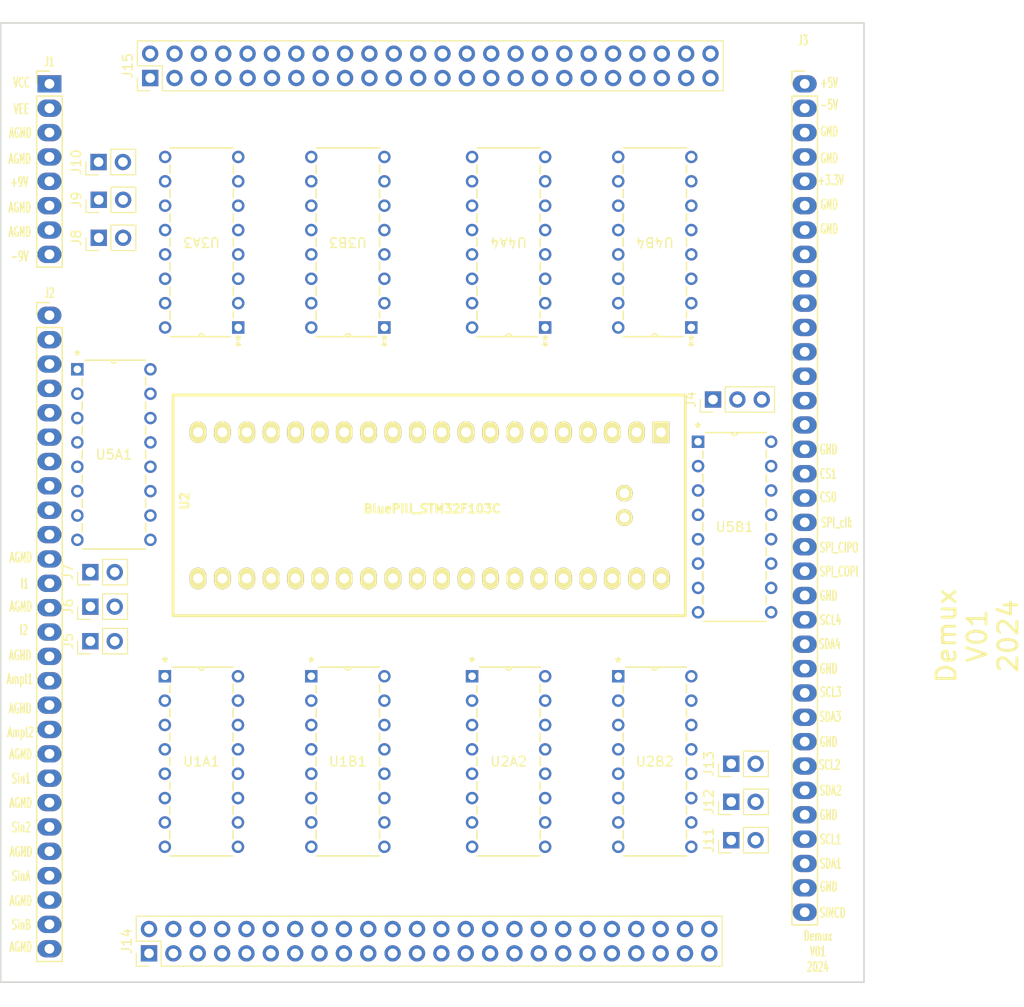
<source format=kicad_pcb>
(kicad_pcb (version 20221018) (generator pcbnew)
  (title_block (title "Barramento V04") (date "2024-02-05") (rev "v04") (company "EITduino") (comment 1 "Autor: Gustavo Pinheiro") (comment 2 "Barramento proposto para uma placa 90x100 mm") (comment 3 "placa de face dupla") (comment 4 "Pinos AGND e DGND"))
  (layers (0 "F.Cu" signal) (31 "B.Cu" signal) (34 "B.Paste" user) (35 "F.Paste" user) (36 "B.SilkS" user "B.Silkscreen") (37 "F.SilkS" user "F.Silkscreen") (38 "B.Mask" user) (39 "F.Mask" user) (44 "Edge.Cuts" user))
  (net 0 "")
  (net 1 "+9V")
  (net 2 "-9V")
  (net 3 "+5V")
  (net 4 "-5V")
  (net 5 "+3.3V")
  (net 10 "Earth")
  (net 12 "I1")
  (net 13 "I2")
  (net 14 "Ampl1")
  (net 15 "Ampl2")
  (net 16 "Sin1")
  (net 17 "Sin2")
  (net 18 "SinA")
  (net 19 "SinB")
  (net 20 "SPI_COPI")
  (net 21 "SPI_CIPO")
  (net 22 "SPI_clk")
  (net 23 "CS1")
  (net 24 "CS0")
  (net 25 "SCL3")
  (net 26 "SDA3")
  (net 27 "SCL2")
  (net 28 "SDA2")
  (net 29 "SCL1")
  (net 30 "SDA1")
  (net 31 "VCC")
  (net 32 "VEE")
  (net 43 "SINCD")
  (net 44 "SCL4")
  (net 45 "SDA4")
  (net 46 "SINC_C")
  (net 47 "SINC_B")
  (net 48 "SINC_A")
  (net 49 "In_B")
  (net 50 "Vref")
  (net 51 "VCC_DEMUX")
  (net 52 "VEE_DEMUX")
  (net 53 "E0")
  (net 54 "E1")
  (net 55 "E2")
  (net 56 "E3")
  (net 57 "E4")
  (net 58 "E5")
  (net 59 "E6")
  (net 60 "E7")
  (net 61 "E8")
  (net 62 "E9")
  (net 63 "E10")
  (net 64 "E11")
  (net 65 "E12")
  (net 66 "E13")
  (net 67 "E14")
  (net 68 "E15")
  (net 69 "DEMUXA1")
  (net 70 "Enable_A1")
  (net 71 "A_S2")
  (net 72 "A_S1")
  (net 73 "A_S0")
  (net 74 "DEMUXB1")
  (net 75 "Enable_B1")
  (net 76 "B_S2")
  (net 77 "B_S1")
  (net 78 "B_S0")
  (net 81 "Enable_A2")
  (net 82 "Enable_A3")
  (net 83 "Enable_A4")
  (net 86 "Enable_B2")
  (net 87 "Enable_B3")
  (net 88 "Enable_B4")
  (net 92 "B_S3")
  (net 98 "A_S3")
  (net 99 "B_S4")
  (net 100 "A_S4")
  (net 105 "DEMUXA2")
  (net 106 "DEMUXB2")
  (net 107 "SB2")
  (net 108 "SB1")
  (net 109 "SB0")
  (net 110 "E20")
  (net 111 "E22")
  (net 112 "DEMUXA3")
  (net 113 "E23")
  (net 114 "E21")
  (net 115 "S2")
  (net 116 "S1")
  (net 117 "S0")
  (net 118 "E19")
  (net 119 "E16")
  (net 120 "E17")
  (net 121 "E18")
  (net 122 "DEMUXB3")
  (net 123 "E28")
  (net 124 "E30")
  (net 125 "DEMUXA4")
  (net 126 "E31")
  (net 127 "E29")
  (net 128 "E27")
  (net 129 "E24")
  (net 130 "E25")
  (net 131 "E26")
  (net 132 "DEMUXB4")
  (net 137 "Enable_A")
  (net 142 "Enable_B")
  (footprint "HC4051:N16" (layer "F.Cu") (at 164.38 63.97 180)
    (fp_text reference "U4B4" (at -3.81 -8.89 180 unlocked) (layer "F.SilkS"))
    (fp_text value "74HC4051")
    (fp_text user "*" (at -7.62 -19.1897) (layer "F.SilkS"))
    (fp_text user "*" (at -7.62 -19.1897 180 unlocked) (layer "F.SilkS"))
    (pad "1" thru_hole rect (at -7.62 -17.78 180) (size 1.2954 1.2954) (drill 0.7874) (layers "*.Cu" "*.Mask") (net 123 "E28"))
    (pad "2" thru_hole circle (at -7.62 -15.24 180) (size 1.2954 1.2954) (drill 0.7874) (layers "*.Cu" "*.Mask") (net 124 "E30"))
    (pad "3" thru_hole circle (at -7.62 -12.7 180) (size 1.2954 1.2954) (drill 0.7874) (layers "*.Cu" "*.Mask") (net 132 "DEMUXB4"))
    (pad "4" thru_hole circle (at -7.62 -10.16 180) (size 1.2954 1.2954) (drill 0.7874) (layers "*.Cu" "*.Mask") (net 126 "E31"))
    (pad "5" thru_hole circle (at -7.62 -7.62 180) (size 1.2954 1.2954) (drill 0.7874) (layers "*.Cu" "*.Mask") (net 127 "E29"))
    (pad "6" thru_hole circle (at -7.62 -5.08 180) (size 1.2954 1.2954) (drill 0.7874) (layers "*.Cu" "*.Mask") (net 88 "Enable_B4"))
    (pad "7" thru_hole circle (at -7.62 -2.54 180) (size 1.2954 1.2954) (drill 0.7874) (layers "*.Cu" "*.Mask") (net 52 "VEE_DEMUX"))
    (pad "8" thru_hole circle (at -7.62 0 180) (size 1.2954 1.2954) (drill 0.7874) (layers "*.Cu" "*.Mask") (net 10 "Earth"))
    (pad "9" thru_hole circle (at 0 0 180) (size 1.2954 1.2954) (drill 0.7874) (layers "*.Cu" "*.Mask") (net 115 "S2"))
    (pad "10" thru_hole circle (at 0 -2.54 180) (size 1.2954 1.2954) (drill 0.7874) (layers "*.Cu" "*.Mask") (net 116 "S1"))
    (pad "11" thru_hole circle (at 0 -5.08 180) (size 1.2954 1.2954) (drill 0.7874) (layers "*.Cu" "*.Mask") (net 117 "S0"))
    (pad "12" thru_hole circle (at 0 -7.62 180) (size 1.2954 1.2954) (drill 0.7874) (layers "*.Cu" "*.Mask") (net 128 "E27"))
    (pad "13" thru_hole circle (at 0 -10.16 180) (size 1.2954 1.2954) (drill 0.7874) (layers "*.Cu" "*.Mask") (net 129 "E24"))
    (pad "14" thru_hole circle (at 0 -12.7 180) (size 1.2954 1.2954) (drill 0.7874) (layers "*.Cu" "*.Mask") (net 130 "E25"))
    (pad "15" thru_hole circle (at 0 -15.24 180) (size 1.2954 1.2954) (drill 0.7874) (layers "*.Cu" "*.Mask") (net 131 "E26"))
    (pad "16" thru_hole circle (at 0 -17.78 180) (size 1.2954 1.2954) (drill 0.7874) (layers "*.Cu" "*.Mask") (net 51 "VCC_DEMUX"))
  )
  (footprint "Connector_PinHeader_2.54mm:PinHeader_1x02_P2.54mm_Vertical" (layer "F.Cu") (at 176.16 131.2 90)
    (fp_text reference "J12" (at 0 -2.33 90) (layer "F.SilkS"))
    (fp_text value "-5Vmux")
    (pad "1" thru_hole rect (at 0 0 90) (size 1.7 1.7) (drill 1) (layers "*.Cu" "*.Mask") (net 52 "VEE_DEMUX"))
    (pad "2" thru_hole oval (at 0 2.54 90) (size 1.7 1.7) (drill 1) (layers "*.Cu" "*.Mask") (net 4 "-5V"))
  )
  (footprint "Connector_PinHeader_2.54mm:PinHeader_1x02_P2.54mm_Vertical" (layer "F.Cu") (at 176.16 135.2 90)
    (fp_text reference "J11" (at 0 -2.33 90) (layer "F.SilkS"))
    (fp_text value "-9Vmux")
    (pad "1" thru_hole rect (at 0 0 90) (size 1.7 1.7) (drill 1) (layers "*.Cu" "*.Mask") (net 52 "VEE_DEMUX"))
    (pad "2" thru_hole oval (at 0 2.54 90) (size 1.7 1.7) (drill 1) (layers "*.Cu" "*.Mask") (net 2 "-9V"))
  )
  (footprint "HC4051:N16" (layer "F.Cu") (at 115.61 103.89)
    (fp_text reference "U5A1" (at -3.81 -8.89 unlocked) (layer "F.SilkS"))
    (fp_text value "74HC4051")
    (fp_text user "*" (at -7.62 -19.1897) (layer "F.SilkS"))
    (fp_text user "*" (at -7.62 -19.1897 unlocked) (layer "F.SilkS"))
    (pad "1" thru_hole rect (at -7.62 -17.78) (size 1.2954 1.2954) (drill 0.7874) (layers "*.Cu" "*.Mask"))
    (pad "2" thru_hole circle (at -7.62 -15.24) (size 1.2954 1.2954) (drill 0.7874) (layers "*.Cu" "*.Mask"))
    (pad "3" thru_hole circle (at -7.62 -12.7) (size 1.2954 1.2954) (drill 0.7874) (layers "*.Cu" "*.Mask") (net 12 "I1"))
    (pad "4" thru_hole circle (at -7.62 -10.16) (size 1.2954 1.2954) (drill 0.7874) (layers "*.Cu" "*.Mask"))
    (pad "5" thru_hole circle (at -7.62 -7.62) (size 1.2954 1.2954) (drill 0.7874) (layers "*.Cu" "*.Mask"))
    (pad "6" thru_hole circle (at -7.62 -5.08) (size 1.2954 1.2954) (drill 0.7874) (layers "*.Cu" "*.Mask") (net 137 "Enable_A"))
    (pad "7" thru_hole circle (at -7.62 -2.54) (size 1.2954 1.2954) (drill 0.7874) (layers "*.Cu" "*.Mask") (net 52 "VEE_DEMUX"))
    (pad "8" thru_hole circle (at -7.62 0) (size 1.2954 1.2954) (drill 0.7874) (layers "*.Cu" "*.Mask") (net 10 "Earth"))
    (pad "9" thru_hole circle (at 0 0) (size 1.2954 1.2954) (drill 0.7874) (layers "*.Cu" "*.Mask") (net 10 "Earth"))
    (pad "10" thru_hole circle (at 0 -2.54) (size 1.2954 1.2954) (drill 0.7874) (layers "*.Cu" "*.Mask") (net 100 "A_S4"))
    (pad "11" thru_hole circle (at 0 -5.08) (size 1.2954 1.2954) (drill 0.7874) (layers "*.Cu" "*.Mask") (net 98 "A_S3"))
    (pad "12" thru_hole circle (at 0 -7.62) (size 1.2954 1.2954) (drill 0.7874) (layers "*.Cu" "*.Mask") (net 125 "DEMUXA4"))
    (pad "13" thru_hole circle (at 0 -10.16) (size 1.2954 1.2954) (drill 0.7874) (layers "*.Cu" "*.Mask") (net 69 "DEMUXA1"))
    (pad "14" thru_hole circle (at 0 -12.7) (size 1.2954 1.2954) (drill 0.7874) (layers "*.Cu" "*.Mask") (net 105 "DEMUXA2"))
    (pad "15" thru_hole circle (at 0 -15.24) (size 1.2954 1.2954) (drill 0.7874) (layers "*.Cu" "*.Mask") (net 112 "DEMUXA3"))
    (pad "16" thru_hole circle (at 0 -17.78) (size 1.2954 1.2954) (drill 0.7874) (layers "*.Cu" "*.Mask") (net 51 "VCC_DEMUX"))
  )
  (footprint "Connector_PinHeader_2.54mm:PinHeader_2x24_P2.54mm_Vertical" (layer "F.Cu") (at 115.58 55.74 90)
    (fp_text reference "J15" (at 1.27 -2.33 90) (layer "F.SilkS"))
    (fp_text value "conectorEletrodos")
    (pad "1" thru_hole rect (at 0 0 90) (size 1.7 1.7) (drill 1) (layers "*.Cu" "*.Mask") (net 119 "E16"))
    (pad "2" thru_hole oval (at 2.54 0 90) (size 1.7 1.7) (drill 1) (layers "*.Cu" "*.Mask") (net 120 "E17"))
    (pad "3" thru_hole oval (at 0 2.54 90) (size 1.7 1.7) (drill 1) (layers "*.Cu" "*.Mask") (net 10 "Earth"))
    (pad "4" thru_hole oval (at 2.54 2.54 90) (size 1.7 1.7) (drill 1) (layers "*.Cu" "*.Mask") (net 50 "Vref"))
    (pad "5" thru_hole oval (at 0 5.08 90) (size 1.7 1.7) (drill 1) (layers "*.Cu" "*.Mask") (net 2 "-9V"))
    (pad "6" thru_hole oval (at 2.54 5.08 90) (size 1.7 1.7) (drill 1) (layers "*.Cu" "*.Mask") (net 1 "+9V"))
    (pad "7" thru_hole oval (at 0 7.62 90) (size 1.7 1.7) (drill 1) (layers "*.Cu" "*.Mask") (net 121 "E18"))
    (pad "8" thru_hole oval (at 2.54 7.62 90) (size 1.7 1.7) (drill 1) (layers "*.Cu" "*.Mask") (net 118 "E19"))
    (pad "9" thru_hole oval (at 0 10.16 90) (size 1.7 1.7) (drill 1) (layers "*.Cu" "*.Mask") (net 10 "Earth"))
    (pad "10" thru_hole oval (at 2.54 10.16 90) (size 1.7 1.7) (drill 1) (layers "*.Cu" "*.Mask") (net 50 "Vref"))
    (pad "11" thru_hole oval (at 0 12.7 90) (size 1.7 1.7) (drill 1) (layers "*.Cu" "*.Mask") (net 2 "-9V"))
    (pad "12" thru_hole oval (at 2.54 12.7 90) (size 1.7 1.7) (drill 1) (layers "*.Cu" "*.Mask") (net 1 "+9V"))
    (pad "13" thru_hole oval (at 0 15.24 90) (size 1.7 1.7) (drill 1) (layers "*.Cu" "*.Mask") (net 110 "E20"))
    (pad "14" thru_hole oval (at 2.54 15.24 90) (size 1.7 1.7) (drill 1) (layers "*.Cu" "*.Mask") (net 114 "E21"))
    (pad "15" thru_hole oval (at 0 17.78 90) (size 1.7 1.7) (drill 1) (layers "*.Cu" "*.Mask") (net 10 "Earth"))
    (pad "16" thru_hole oval (at 2.54 17.78 90) (size 1.7 1.7) (drill 1) (layers "*.Cu" "*.Mask") (net 50 "Vref"))
    (pad "17" thru_hole oval (at 0 20.32 90) (size 1.7 1.7) (drill 1) (layers "*.Cu" "*.Mask") (net 2 "-9V"))
    (pad "18" thru_hole oval (at 2.54 20.32 90) (size 1.7 1.7) (drill 1) (layers "*.Cu" "*.Mask") (net 1 "+9V"))
    (pad "19" thru_hole oval (at 0 22.86 90) (size 1.7 1.7) (drill 1) (layers "*.Cu" "*.Mask") (net 111 "E22"))
    (pad "20" thru_hole oval (at 2.54 22.86 90) (size 1.7 1.7) (drill 1) (layers "*.Cu" "*.Mask") (net 113 "E23"))
    (pad "21" thru_hole oval (at 0 25.4 90) (size 1.7 1.7) (drill 1) (layers "*.Cu" "*.Mask") (net 10 "Earth"))
    (pad "22" thru_hole oval (at 2.54 25.4 90) (size 1.7 1.7) (drill 1) (layers "*.Cu" "*.Mask") (net 50 "Vref"))
    (pad "23" thru_hole oval (at 0 27.94 90) (size 1.7 1.7) (drill 1) (layers "*.Cu" "*.Mask") (net 2 "-9V"))
    (pad "24" thru_hole oval (at 2.54 27.94 90) (size 1.7 1.7) (drill 1) (layers "*.Cu" "*.Mask") (net 1 "+9V"))
    (pad "25" thru_hole oval (at 0 30.48 90) (size 1.7 1.7) (drill 1) (layers "*.Cu" "*.Mask") (net 129 "E24"))
    (pad "26" thru_hole oval (at 2.54 30.48 90) (size 1.7 1.7) (drill 1) (layers "*.Cu" "*.Mask") (net 130 "E25"))
    (pad "27" thru_hole oval (at 0 33.02 90) (size 1.7 1.7) (drill 1) (layers "*.Cu" "*.Mask") (net 10 "Earth"))
    (pad "28" thru_hole oval (at 2.54 33.02 90) (size 1.7 1.7) (drill 1) (layers "*.Cu" "*.Mask") (net 50 "Vref"))
    (pad "29" thru_hole oval (at 0 35.56 90) (size 1.7 1.7) (drill 1) (layers "*.Cu" "*.Mask") (net 2 "-9V"))
    (pad "30" thru_hole oval (at 2.54 35.56 90) (size 1.7 1.7) (drill 1) (layers "*.Cu" "*.Mask") (net 1 "+9V"))
    (pad "31" thru_hole oval (at 0 38.1 90) (size 1.7 1.7) (drill 1) (layers "*.Cu" "*.Mask") (net 131 "E26"))
    (pad "32" thru_hole oval (at 2.54 38.1 90) (size 1.7 1.7) (drill 1) (layers "*.Cu" "*.Mask") (net 128 "E27"))
    (pad "33" thru_hole oval (at 0 40.64 90) (size 1.7 1.7) (drill 1) (layers "*.Cu" "*.Mask") (net 10 "Earth"))
    (pad "34" thru_hole oval (at 2.54 40.64 90) (size 1.7 1.7) (drill 1) (layers "*.Cu" "*.Mask") (net 50 "Vref"))
    (pad "35" thru_hole oval (at 0 43.18 90) (size 1.7 1.7) (drill 1) (layers "*.Cu" "*.Mask") (net 2 "-9V"))
    (pad "36" thru_hole oval (at 2.54 43.18 90) (size 1.7 1.7) (drill 1) (layers "*.Cu" "*.Mask") (net 1 "+9V"))
    (pad "37" thru_hole oval (at 0 45.72 90) (size 1.7 1.7) (drill 1) (layers "*.Cu" "*.Mask") (net 123 "E28"))
    (pad "38" thru_hole oval (at 2.54 45.72 90) (size 1.7 1.7) (drill 1) (layers "*.Cu" "*.Mask") (net 127 "E29"))
    (pad "39" thru_hole oval (at 0 48.26 90) (size 1.7 1.7) (drill 1) (layers "*.Cu" "*.Mask") (net 10 "Earth"))
    (pad "40" thru_hole oval (at 2.54 48.26 90) (size 1.7 1.7) (drill 1) (layers "*.Cu" "*.Mask") (net 50 "Vref"))
    (pad "41" thru_hole oval (at 0 50.8 90) (size 1.7 1.7) (drill 1) (layers "*.Cu" "*.Mask") (net 2 "-9V"))
    (pad "42" thru_hole oval (at 2.54 50.8 90) (size 1.7 1.7) (drill 1) (layers "*.Cu" "*.Mask") (net 1 "+9V"))
    (pad "43" thru_hole oval (at 0 53.34 90) (size 1.7 1.7) (drill 1) (layers "*.Cu" "*.Mask") (net 124 "E30"))
    (pad "44" thru_hole oval (at 2.54 53.34 90) (size 1.7 1.7) (drill 1) (layers "*.Cu" "*.Mask") (net 126 "E31"))
    (pad "45" thru_hole oval (at 0 55.88 90) (size 1.7 1.7) (drill 1) (layers "*.Cu" "*.Mask") (net 10 "Earth"))
    (pad "46" thru_hole oval (at 2.54 55.88 90) (size 1.7 1.7) (drill 1) (layers "*.Cu" "*.Mask") (net 50 "Vref"))
    (pad "47" thru_hole oval (at 0 58.42 90) (size 1.7 1.7) (drill 1) (layers "*.Cu" "*.Mask") (net 2 "-9V"))
    (pad "48" thru_hole oval (at 2.54 58.42 90) (size 1.7 1.7) (drill 1) (layers "*.Cu" "*.Mask") (net 1 "+9V"))
  )
  (footprint "Connector_PinHeader_2.54mm:PinHeader_1x02_P2.54mm_Vertical" (layer "F.Cu") (at 109.35 114.45 90)
    (fp_text reference "J5" (at 0 -2.33 90) (layer "F.SilkS"))
    (fp_text value "Conn_01x02")
    (pad "1" thru_hole rect (at 0 0 90) (size 1.7 1.7) (drill 1) (layers "*.Cu" "*.Mask") (net 50 "Vref"))
    (pad "2" thru_hole oval (at 0 2.54 90) (size 1.7 1.7) (drill 1) (layers "*.Cu" "*.Mask") (net 3 "+5V"))
  )
  (footprint "Connector_PinHeader_2.54mm:PinHeader_2x24_P2.54mm_Vertical" (layer "F.Cu") (at 115.46 147 90)
    (fp_text reference "J14" (at 1.27 -2.33 90) (layer "F.SilkS"))
    (fp_text value "conectorEletrodos")
    (pad "1" thru_hole rect (at 0 0 90) (size 1.7 1.7) (drill 1) (layers "*.Cu" "*.Mask") (net 53 "E0"))
    (pad "2" thru_hole oval (at 2.54 0 90) (size 1.7 1.7) (drill 1) (layers "*.Cu" "*.Mask") (net 54 "E1"))
    (pad "3" thru_hole oval (at 0 2.54 90) (size 1.7 1.7) (drill 1) (layers "*.Cu" "*.Mask") (net 10 "Earth"))
    (pad "4" thru_hole oval (at 2.54 2.54 90) (size 1.7 1.7) (drill 1) (layers "*.Cu" "*.Mask") (net 50 "Vref"))
    (pad "5" thru_hole oval (at 0 5.08 90) (size 1.7 1.7) (drill 1) (layers "*.Cu" "*.Mask") (net 2 "-9V"))
    (pad "6" thru_hole oval (at 2.54 5.08 90) (size 1.7 1.7) (drill 1) (layers "*.Cu" "*.Mask") (net 1 "+9V"))
    (pad "7" thru_hole oval (at 0 7.62 90) (size 1.7 1.7) (drill 1) (layers "*.Cu" "*.Mask") (net 55 "E2"))
    (pad "8" thru_hole oval (at 2.54 7.62 90) (size 1.7 1.7) (drill 1) (layers "*.Cu" "*.Mask") (net 56 "E3"))
    (pad "9" thru_hole oval (at 0 10.16 90) (size 1.7 1.7) (drill 1) (layers "*.Cu" "*.Mask") (net 10 "Earth"))
    (pad "10" thru_hole oval (at 2.54 10.16 90) (size 1.7 1.7) (drill 1) (layers "*.Cu" "*.Mask") (net 50 "Vref"))
    (pad "11" thru_hole oval (at 0 12.7 90) (size 1.7 1.7) (drill 1) (layers "*.Cu" "*.Mask") (net 2 "-9V"))
    (pad "12" thru_hole oval (at 2.54 12.7 90) (size 1.7 1.7) (drill 1) (layers "*.Cu" "*.Mask") (net 1 "+9V"))
    (pad "13" thru_hole oval (at 0 15.24 90) (size 1.7 1.7) (drill 1) (layers "*.Cu" "*.Mask") (net 57 "E4"))
    (pad "14" thru_hole oval (at 2.54 15.24 90) (size 1.7 1.7) (drill 1) (layers "*.Cu" "*.Mask") (net 58 "E5"))
    (pad "15" thru_hole oval (at 0 17.78 90) (size 1.7 1.7) (drill 1) (layers "*.Cu" "*.Mask") (net 10 "Earth"))
    (pad "16" thru_hole oval (at 2.54 17.78 90) (size 1.7 1.7) (drill 1) (layers "*.Cu" "*.Mask") (net 50 "Vref"))
    (pad "17" thru_hole oval (at 0 20.32 90) (size 1.7 1.7) (drill 1) (layers "*.Cu" "*.Mask") (net 2 "-9V"))
    (pad "18" thru_hole oval (at 2.54 20.32 90) (size 1.7 1.7) (drill 1) (layers "*.Cu" "*.Mask") (net 1 "+9V"))
    (pad "19" thru_hole oval (at 0 22.86 90) (size 1.7 1.7) (drill 1) (layers "*.Cu" "*.Mask") (net 59 "E6"))
    (pad "20" thru_hole oval (at 2.54 22.86 90) (size 1.7 1.7) (drill 1) (layers "*.Cu" "*.Mask") (net 60 "E7"))
    (pad "21" thru_hole oval (at 0 25.4 90) (size 1.7 1.7) (drill 1) (layers "*.Cu" "*.Mask") (net 10 "Earth"))
    (pad "22" thru_hole oval (at 2.54 25.4 90) (size 1.7 1.7) (drill 1) (layers "*.Cu" "*.Mask") (net 50 "Vref"))
    (pad "23" thru_hole oval (at 0 27.94 90) (size 1.7 1.7) (drill 1) (layers "*.Cu" "*.Mask") (net 2 "-9V"))
    (pad "24" thru_hole oval (at 2.54 27.94 90) (size 1.7 1.7) (drill 1) (layers "*.Cu" "*.Mask") (net 1 "+9V"))
    (pad "25" thru_hole oval (at 0 30.48 90) (size 1.7 1.7) (drill 1) (layers "*.Cu" "*.Mask") (net 61 "E8"))
    (pad "26" thru_hole oval (at 2.54 30.48 90) (size 1.7 1.7) (drill 1) (layers "*.Cu" "*.Mask") (net 62 "E9"))
    (pad "27" thru_hole oval (at 0 33.02 90) (size 1.7 1.7) (drill 1) (layers "*.Cu" "*.Mask") (net 10 "Earth"))
    (pad "28" thru_hole oval (at 2.54 33.02 90) (size 1.7 1.7) (drill 1) (layers "*.Cu" "*.Mask") (net 50 "Vref"))
    (pad "29" thru_hole oval (at 0 35.56 90) (size 1.7 1.7) (drill 1) (layers "*.Cu" "*.Mask") (net 2 "-9V"))
    (pad "30" thru_hole oval (at 2.54 35.56 90) (size 1.7 1.7) (drill 1) (layers "*.Cu" "*.Mask") (net 1 "+9V"))
    (pad "31" thru_hole oval (at 0 38.1 90) (size 1.7 1.7) (drill 1) (layers "*.Cu" "*.Mask") (net 63 "E10"))
    (pad "32" thru_hole oval (at 2.54 38.1 90) (size 1.7 1.7) (drill 1) (layers "*.Cu" "*.Mask") (net 64 "E11"))
    (pad "33" thru_hole oval (at 0 40.64 90) (size 1.7 1.7) (drill 1) (layers "*.Cu" "*.Mask") (net 10 "Earth"))
    (pad "34" thru_hole oval (at 2.54 40.64 90) (size 1.7 1.7) (drill 1) (layers "*.Cu" "*.Mask") (net 50 "Vref"))
    (pad "35" thru_hole oval (at 0 43.18 90) (size 1.7 1.7) (drill 1) (layers "*.Cu" "*.Mask") (net 2 "-9V"))
    (pad "36" thru_hole oval (at 2.54 43.18 90) (size 1.7 1.7) (drill 1) (layers "*.Cu" "*.Mask") (net 1 "+9V"))
    (pad "37" thru_hole oval (at 0 45.72 90) (size 1.7 1.7) (drill 1) (layers "*.Cu" "*.Mask") (net 65 "E12"))
    (pad "38" thru_hole oval (at 2.54 45.72 90) (size 1.7 1.7) (drill 1) (layers "*.Cu" "*.Mask") (net 66 "E13"))
    (pad "39" thru_hole oval (at 0 48.26 90) (size 1.7 1.7) (drill 1) (layers "*.Cu" "*.Mask") (net 10 "Earth"))
    (pad "40" thru_hole oval (at 2.54 48.26 90) (size 1.7 1.7) (drill 1) (layers "*.Cu" "*.Mask") (net 50 "Vref"))
    (pad "41" thru_hole oval (at 0 50.8 90) (size 1.7 1.7) (drill 1) (layers "*.Cu" "*.Mask") (net 2 "-9V"))
    (pad "42" thru_hole oval (at 2.54 50.8 90) (size 1.7 1.7) (drill 1) (layers "*.Cu" "*.Mask") (net 1 "+9V"))
    (pad "43" thru_hole oval (at 0 53.34 90) (size 1.7 1.7) (drill 1) (layers "*.Cu" "*.Mask") (net 67 "E14"))
    (pad "44" thru_hole oval (at 2.54 53.34 90) (size 1.7 1.7) (drill 1) (layers "*.Cu" "*.Mask") (net 68 "E15"))
    (pad "45" thru_hole oval (at 0 55.88 90) (size 1.7 1.7) (drill 1) (layers "*.Cu" "*.Mask") (net 10 "Earth"))
    (pad "46" thru_hole oval (at 2.54 55.88 90) (size 1.7 1.7) (drill 1) (layers "*.Cu" "*.Mask") (net 50 "Vref"))
    (pad "47" thru_hole oval (at 0 58.42 90) (size 1.7 1.7) (drill 1) (layers "*.Cu" "*.Mask") (net 2 "-9V"))
    (pad "48" thru_hole oval (at 2.54 58.42 90) (size 1.7 1.7) (drill 1) (layers "*.Cu" "*.Mask") (net 1 "+9V"))
  )
  (footprint "Connector_PinHeader_2.54mm:PinHeader_1x02_P2.54mm_Vertical" (layer "F.Cu") (at 110.2 64.5 90)
    (fp_text reference "J10" (at 0 -2.33 90) (layer "F.SilkS"))
    (fp_text value "+3.3Vmux")
    (pad "1" thru_hole rect (at 0 0 90) (size 1.7 1.7) (drill 1) (layers "*.Cu" "*.Mask") (net 51 "VCC_DEMUX"))
    (pad "2" thru_hole oval (at 0 2.54 90) (size 1.7 1.7) (drill 1) (layers "*.Cu" "*.Mask") (net 5 "+3.3V"))
  )
  (footprint "Connector_PinHeader_2.54mm:PinHeader_1x35_P2.54mm_Vertical" (layer "F.Cu") (at 183.82 56.35)
    (fp_text reference "J3" (at -0.165 -4.535) (layer "F.SilkS") (effects (font (size 1 0.6))))
    (fp_text value "comunicacao / sinais digitais" hide)
    (pad "1" thru_hole oval (at 0 0) (size 2.5 1.8) (drill 1.02) (layers "*.Cu" "*.Mask") (net 3 "+5V"))
    (pad "2" thru_hole oval (at 0 2.54) (size 2.5 1.8) (drill 1.02) (layers "*.Cu" "*.Mask") (net 4 "-5V"))
    (pad "3" thru_hole oval (at 0 5.08) (size 2.5 1.8) (drill 1.02) (layers "*.Cu" "*.Mask") (net 10 "Earth"))
    (pad "4" thru_hole oval (at 0 7.62) (size 2.5 1.8) (drill 1.02) (layers "*.Cu" "*.Mask") (net 10 "Earth"))
    (pad "5" thru_hole oval (at 0 10.16) (size 2.5 1.8) (drill 1.02) (layers "*.Cu" "*.Mask") (net 5 "+3.3V"))
    (pad "6" thru_hole oval (at 0 12.7) (size 2.5 1.8) (drill 1.02) (layers "*.Cu" "*.Mask") (net 10 "Earth"))
    (pad "7" thru_hole oval (at 0 15.24) (size 2.5 1.8) (drill 1.02) (layers "*.Cu" "*.Mask") (net 10 "Earth"))
    (pad "8" thru_hole oval (at 0 17.78) (size 2.5 1.8) (drill 1.02) (layers "*.Cu" "*.Mask"))
    (pad "9" thru_hole oval (at 0 20.32) (size 2.5 1.8) (drill 1.02) (layers "*.Cu" "*.Mask"))
    (pad "10" thru_hole oval (at 0 22.86) (size 2.5 1.8) (drill 1.02) (layers "*.Cu" "*.Mask"))
    (pad "11" thru_hole oval (at 0 25.4) (size 2.5 1.8) (drill 1.02) (layers "*.Cu" "*.Mask"))
    (pad "12" thru_hole oval (at 0 27.94) (size 2.5 1.8) (drill 1.02) (layers "*.Cu" "*.Mask"))
    (pad "13" thru_hole oval (at 0 30.48) (size 2.5 1.8) (drill 1.02) (layers "*.Cu" "*.Mask") (net 46 "SINC_C"))
    (pad "14" thru_hole oval (at 0 33.02) (size 2.5 1.8) (drill 1.02) (layers "*.Cu" "*.Mask") (net 47 "SINC_B"))
    (pad "15" thru_hole oval (at 0 35.56) (size 2.5 1.8) (drill 1.02) (layers "*.Cu" "*.Mask") (net 48 "SINC_A"))
    (pad "16" thru_hole oval (at 0 38.1) (size 2.5 1.8) (drill 1.02) (layers "*.Cu" "*.Mask") (net 10 "Earth"))
    (pad "17" thru_hole oval (at 0 40.64) (size 2.5 1.8) (drill 1.02) (layers "*.Cu" "*.Mask") (net 23 "CS1"))
    (pad "18" thru_hole oval (at 0 43.18) (size 2.5 1.8) (drill 1.02) (layers "*.Cu" "*.Mask") (net 24 "CS0"))
    (pad "19" thru_hole oval (at 0 45.72) (size 2.5 1.8) (drill 1.02) (layers "*.Cu" "*.Mask") (net 22 "SPI_clk"))
    (pad "20" thru_hole oval (at 0 48.26) (size 2.5 1.8) (drill 1.02) (layers "*.Cu" "*.Mask") (net 21 "SPI_CIPO"))
    (pad "21" thru_hole oval (at 0 50.8) (size 2.5 1.8) (drill 1.02) (layers "*.Cu" "*.Mask") (net 20 "SPI_COPI"))
    (pad "22" thru_hole oval (at 0 53.34) (size 2.5 1.8) (drill 1.02) (layers "*.Cu" "*.Mask") (net 10 "Earth"))
    (pad "23" thru_hole oval (at 0 55.88) (size 2.5 1.8) (drill 1.02) (layers "*.Cu" "*.Mask") (net 44 "SCL4"))
    (pad "24" thru_hole oval (at 0 58.42) (size 2.5 1.8) (drill 1.02) (layers "*.Cu" "*.Mask") (net 45 "SDA4"))
    (pad "25" thru_hole oval (at 0 60.96) (size 2.5 1.8) (drill 1.02) (layers "*.Cu" "*.Mask") (net 10 "Earth"))
    (pad "26" thru_hole oval (at 0 63.5) (size 2.5 1.8) (drill 1.02) (layers "*.Cu" "*.Mask") (net 25 "SCL3"))
    (pad "27" thru_hole oval (at 0 66.04) (size 2.5 1.8) (drill 1.02) (layers "*.Cu" "*.Mask") (net 26 "SDA3"))
    (pad "28" thru_hole oval (at 0 68.58) (size 2.5 1.8) (drill 1.02) (layers "*.Cu" "*.Mask") (net 10 "Earth"))
    (pad "29" thru_hole oval (at 0 71.12) (size 2.5 1.8) (drill 1.02) (layers "*.Cu" "*.Mask") (net 27 "SCL2"))
    (pad "30" thru_hole oval (at 0 73.66) (size 2.5 1.8) (drill 1.02) (layers "*.Cu" "*.Mask") (net 28 "SDA2"))
    (pad "31" thru_hole oval (at 0 76.2) (size 2.5 1.8) (drill 1.02) (layers "*.Cu" "*.Mask") (net 10 "Earth"))
    (pad "32" thru_hole oval (at 0 78.74) (size 2.5 1.8) (drill 1.02) (layers "*.Cu" "*.Mask") (net 29 "SCL1"))
    (pad "33" thru_hole oval (at 0 81.28) (size 2.5 1.8) (drill 1.02) (layers "*.Cu" "*.Mask") (net 30 "SDA1"))
    (pad "34" thru_hole oval (at 0 83.82) (size 2.5 1.8) (drill 1.02) (layers "*.Cu" "*.Mask") (net 10 "Earth"))
    (pad "35" thru_hole oval (at 0 86.36) (size 2.5 1.8) (drill 1.02) (layers "*.Cu" "*.Mask") (net 43 "SINCD"))
  )
  (footprint "HC4051:N16" (layer "F.Cu") (at 117.14 63.97 180)
    (fp_text reference "U3A3" (at -3.81 -8.89 180 unlocked) (layer "F.SilkS"))
    (fp_text value "74HC4051")
    (fp_text user "*" (at -7.62 -19.1897) (layer "F.SilkS"))
    (fp_text user "*" (at -7.62 -19.1897 180 unlocked) (layer "F.SilkS"))
    (pad "1" thru_hole rect (at -7.62 -17.78 180) (size 1.2954 1.2954) (drill 0.7874) (layers "*.Cu" "*.Mask") (net 110 "E20"))
    (pad "2" thru_hole circle (at -7.62 -15.24 180) (size 1.2954 1.2954) (drill 0.7874) (layers "*.Cu" "*.Mask") (net 111 "E22"))
    (pad "3" thru_hole circle (at -7.62 -12.7 180) (size 1.2954 1.2954) (drill 0.7874) (layers "*.Cu" "*.Mask") (net 112 "DEMUXA3"))
    (pad "4" thru_hole circle (at -7.62 -10.16 180) (size 1.2954 1.2954) (drill 0.7874) (layers "*.Cu" "*.Mask") (net 113 "E23"))
    (pad "5" thru_hole circle (at -7.62 -7.62 180) (size 1.2954 1.2954) (drill 0.7874) (layers "*.Cu" "*.Mask") (net 114 "E21"))
    (pad "6" thru_hole circle (at -7.62 -5.08 180) (size 1.2954 1.2954) (drill 0.7874) (layers "*.Cu" "*.Mask") (net 82 "Enable_A3"))
    (pad "7" thru_hole circle (at -7.62 -2.54 180) (size 1.2954 1.2954) (drill 0.7874) (layers "*.Cu" "*.Mask") (net 52 "VEE_DEMUX"))
    (pad "8" thru_hole circle (at -7.62 0 180) (size 1.2954 1.2954) (drill 0.7874) (layers "*.Cu" "*.Mask") (net 10 "Earth"))
    (pad "9" thru_hole circle (at 0 0 180) (size 1.2954 1.2954) (drill 0.7874) (layers "*.Cu" "*.Mask") (net 115 "S2"))
    (pad "10" thru_hole circle (at 0 -2.54 180) (size 1.2954 1.2954) (drill 0.7874) (layers "*.Cu" "*.Mask") (net 116 "S1"))
    (pad "11" thru_hole circle (at 0 -5.08 180) (size 1.2954 1.2954) (drill 0.7874) (layers "*.Cu" "*.Mask") (net 117 "S0"))
    (pad "12" thru_hole circle (at 0 -7.62 180) (size 1.2954 1.2954) (drill 0.7874) (layers "*.Cu" "*.Mask") (net 118 "E19"))
    (pad "13" thru_hole circle (at 0 -10.16 180) (size 1.2954 1.2954) (drill 0.7874) (layers "*.Cu" "*.Mask") (net 119 "E16"))
    (pad "14" thru_hole circle (at 0 -12.7 180) (size 1.2954 1.2954) (drill 0.7874) (layers "*.Cu" "*.Mask") (net 120 "E17"))
    (pad "15" thru_hole circle (at 0 -15.24 180) (size 1.2954 1.2954) (drill 0.7874) (layers "*.Cu" "*.Mask") (net 121 "E18"))
    (pad "16" thru_hole circle (at 0 -17.78 180) (size 1.2954 1.2954) (drill 0.7874) (layers "*.Cu" "*.Mask") (net 51 "VCC_DEMUX"))
  )
  (footprint "HC4051:N16" (layer "F.Cu") (at 132.38 63.97 180)
    (fp_text reference "U3B3" (at -3.81 -8.89 180 unlocked) (layer "F.SilkS"))
    (fp_text value "74HC4051")
    (fp_text user "*" (at -7.62 -19.1897 180 unlocked) (layer "F.SilkS"))
    (fp_text user "*" (at -7.62 -19.1897) (layer "F.SilkS"))
    (pad "1" thru_hole rect (at -7.62 -17.78 180) (size 1.2954 1.2954) (drill 0.7874) (layers "*.Cu" "*.Mask") (net 110 "E20"))
    (pad "2" thru_hole circle (at -7.62 -15.24 180) (size 1.2954 1.2954) (drill 0.7874) (layers "*.Cu" "*.Mask") (net 111 "E22"))
    (pad "3" thru_hole circle (at -7.62 -12.7 180) (size 1.2954 1.2954) (drill 0.7874) (layers "*.Cu" "*.Mask") (net 122 "DEMUXB3"))
    (pad "4" thru_hole circle (at -7.62 -10.16 180) (size 1.2954 1.2954) (drill 0.7874) (layers "*.Cu" "*.Mask") (net 113 "E23"))
    (pad "5" thru_hole circle (at -7.62 -7.62 180) (size 1.2954 1.2954) (drill 0.7874) (layers "*.Cu" "*.Mask") (net 114 "E21"))
    (pad "6" thru_hole circle (at -7.62 -5.08 180) (size 1.2954 1.2954) (drill 0.7874) (layers "*.Cu" "*.Mask") (net 87 "Enable_B3"))
    (pad "7" thru_hole circle (at -7.62 -2.54 180) (size 1.2954 1.2954) (drill 0.7874) (layers "*.Cu" "*.Mask") (net 52 "VEE_DEMUX"))
    (pad "8" thru_hole circle (at -7.62 0 180) (size 1.2954 1.2954) (drill 0.7874) (layers "*.Cu" "*.Mask") (net 10 "Earth"))
    (pad "9" thru_hole circle (at 0 0 180) (size 1.2954 1.2954) (drill 0.7874) (layers "*.Cu" "*.Mask") (net 115 "S2"))
    (pad "10" thru_hole circle (at 0 -2.54 180) (size 1.2954 1.2954) (drill 0.7874) (layers "*.Cu" "*.Mask") (net 116 "S1"))
    (pad "11" thru_hole circle (at 0 -5.08 180) (size 1.2954 1.2954) (drill 0.7874) (layers "*.Cu" "*.Mask") (net 117 "S0"))
    (pad "12" thru_hole circle (at 0 -7.62 180) (size 1.2954 1.2954) (drill 0.7874) (layers "*.Cu" "*.Mask") (net 118 "E19"))
    (pad "13" thru_hole circle (at 0 -10.16 180) (size 1.2954 1.2954) (drill 0.7874) (layers "*.Cu" "*.Mask") (net 119 "E16"))
    (pad "14" thru_hole circle (at 0 -12.7 180) (size 1.2954 1.2954) (drill 0.7874) (layers "*.Cu" "*.Mask") (net 120 "E17"))
    (pad "15" thru_hole circle (at 0 -15.24 180) (size 1.2954 1.2954) (drill 0.7874) (layers "*.Cu" "*.Mask") (net 121 "E18"))
    (pad "16" thru_hole circle (at 0 -17.78 180) (size 1.2954 1.2954) (drill 0.7874) (layers "*.Cu" "*.Mask") (net 51 "VCC_DEMUX"))
  )
  (footprint "Connector_PinHeader_2.54mm:PinHeader_1x02_P2.54mm_Vertical" (layer "F.Cu") (at 110.2193 68.4371 90)
    (fp_text reference "J9" (at 0 -2.33 90) (layer "F.SilkS"))
    (fp_text value "+5Vmux")
    (pad "1" thru_hole rect (at 0 0 90) (size 1.7 1.7) (drill 1) (layers "*.Cu" "*.Mask") (net 51 "VCC_DEMUX"))
    (pad "2" thru_hole oval (at 0 2.54 90) (size 1.7 1.7) (drill 1) (layers "*.Cu" "*.Mask") (net 3 "+5V"))
  )
  (footprint "HC4051:N16" (layer "F.Cu") (at 180.32 111.44)
    (fp_text reference "U5B1" (at -3.81 -8.89 unlocked) (layer "F.SilkS"))
    (fp_text value "74HC4051")
    (fp_text user "*" (at -7.62 -19.1897 unlocked) (layer "F.SilkS"))
    (fp_text user "*" (at -7.62 -19.1897) (layer "F.SilkS"))
    (pad "1" thru_hole rect (at -7.62 -17.78) (size 1.2954 1.2954) (drill 0.7874) (layers "*.Cu" "*.Mask"))
    (pad "2" thru_hole circle (at -7.62 -15.24) (size 1.2954 1.2954) (drill 0.7874) (layers "*.Cu" "*.Mask"))
    (pad "3" thru_hole circle (at -7.62 -12.7) (size 1.2954 1.2954) (drill 0.7874) (layers "*.Cu" "*.Mask") (net 49 "In_B"))
    (pad "4" thru_hole circle (at -7.62 -10.16) (size 1.2954 1.2954) (drill 0.7874) (layers "*.Cu" "*.Mask"))
    (pad "5" thru_hole circle (at -7.62 -7.62) (size 1.2954 1.2954) (drill 0.7874) (layers "*.Cu" "*.Mask"))
    (pad "6" thru_hole circle (at -7.62 -5.08) (size 1.2954 1.2954) (drill 0.7874) (layers "*.Cu" "*.Mask") (net 142 "Enable_B"))
    (pad "7" thru_hole circle (at -7.62 -2.54) (size 1.2954 1.2954) (drill 0.7874) (layers "*.Cu" "*.Mask") (net 52 "VEE_DEMUX"))
    (pad "8" thru_hole circle (at -7.62 0) (size 1.2954 1.2954) (drill 0.7874) (layers "*.Cu" "*.Mask") (net 10 "Earth"))
    (pad "9" thru_hole circle (at 0 0) (size 1.2954 1.2954) (drill 0.7874) (layers "*.Cu" "*.Mask") (net 10 "Earth"))
    (pad "10" thru_hole circle (at 0 -2.54) (size 1.2954 1.2954) (drill 0.7874) (layers "*.Cu" "*.Mask") (net 99 "B_S4"))
    (pad "11" thru_hole circle (at 0 -5.08) (size 1.2954 1.2954) (drill 0.7874) (layers "*.Cu" "*.Mask") (net 92 "B_S3"))
    (pad "12" thru_hole circle (at 0 -7.62) (size 1.2954 1.2954) (drill 0.7874) (layers "*.Cu" "*.Mask") (net 132 "DEMUXB4"))
    (pad "13" thru_hole circle (at 0 -10.16) (size 1.2954 1.2954) (drill 0.7874) (layers "*.Cu" "*.Mask") (net 74 "DEMUXB1"))
    (pad "14" thru_hole circle (at 0 -12.7) (size 1.2954 1.2954) (drill 0.7874) (layers "*.Cu" "*.Mask") (net 106 "DEMUXB2"))
    (pad "15" thru_hole circle (at 0 -15.24) (size 1.2954 1.2954) (drill 0.7874) (layers "*.Cu" "*.Mask") (net 122 "DEMUXB3"))
    (pad "16" thru_hole circle (at 0 -17.78) (size 1.2954 1.2954) (drill 0.7874) (layers "*.Cu" "*.Mask"))
  )
  (footprint "Connector_PinHeader_2.54mm:PinHeader_1x03_P2.54mm_Vertical" (layer "F.Cu") (at 174.262 89.258 90)
    (fp_text reference "J4" (at 0 -2.33 90) (layer "F.SilkS"))
    (fp_text value "Conn_01x03")
    (pad "1" thru_hole rect (at 0 0 90) (size 1.7 1.7) (drill 1) (layers "*.Cu" "*.Mask") (net 13 "I2"))
    (pad "2" thru_hole oval (at 0 2.54 90) (size 1.7 1.7) (drill 1) (layers "*.Cu" "*.Mask") (net 49 "In_B"))
    (pad "3" thru_hole oval (at 0 5.08 90) (size 1.7 1.7) (drill 1) (layers "*.Cu" "*.Mask") (net 10 "Earth"))
  )
  (footprint "HC4051:N16" (layer "F.Cu") (at 156.76 135.89)
    (fp_text reference "U2A2" (at -3.81 -8.89 unlocked) (layer "F.SilkS"))
    (fp_text value "74HC4051")
    (fp_text user "*" (at -7.62 -19.1897 unlocked) (layer "F.SilkS"))
    (fp_text user "*" (at -7.62 -19.1897) (layer "F.SilkS"))
    (pad "1" thru_hole rect (at -7.62 -17.78) (size 1.2954 1.2954) (drill 0.7874) (layers "*.Cu" "*.Mask") (net 65 "E12"))
    (pad "2" thru_hole circle (at -7.62 -15.24) (size 1.2954 1.2954) (drill 0.7874) (layers "*.Cu" "*.Mask") (net 67 "E14"))
    (pad "3" thru_hole circle (at -7.62 -12.7) (size 1.2954 1.2954) (drill 0.7874) (layers "*.Cu" "*.Mask") (net 105 "DEMUXA2"))
    (pad "4" thru_hole circle (at -7.62 -10.16) (size 1.2954 1.2954) (drill 0.7874) (layers "*.Cu" "*.Mask") (net 68 "E15"))
    (pad "5" thru_hole circle (at -7.62 -7.62) (size 1.2954 1.2954) (drill 0.7874) (layers "*.Cu" "*.Mask") (net 66 "E13"))
    (pad "6" thru_hole circle (at -7.62 -5.08) (size 1.2954 1.2954) (drill 0.7874) (layers "*.Cu" "*.Mask") (net 81 "Enable_A2"))
    (pad "7" thru_hole circle (at -7.62 -2.54) (size 1.2954 1.2954) (drill 0.7874) (layers "*.Cu" "*.Mask") (net 52 "VEE_DEMUX"))
    (pad "8" thru_hole circle (at -7.62 0) (size 1.2954 1.2954) (drill 0.7874) (layers "*.Cu" "*.Mask") (net 10 "Earth"))
    (pad "9" thru_hole circle (at 0 0) (size 1.2954 1.2954) (drill 0.7874) (layers "*.Cu" "*.Mask") (net 71 "A_S2"))
    (pad "10" thru_hole circle (at 0 -2.54) (size 1.2954 1.2954) (drill 0.7874) (layers "*.Cu" "*.Mask") (net 72 "A_S1"))
    (pad "11" thru_hole circle (at 0 -5.08) (size 1.2954 1.2954) (drill 0.7874) (layers "*.Cu" "*.Mask") (net 73 "A_S0"))
    (pad "12" thru_hole circle (at 0 -7.62) (size 1.2954 1.2954) (drill 0.7874) (layers "*.Cu" "*.Mask") (net 64 "E11"))
    (pad "13" thru_hole circle (at 0 -10.16) (size 1.2954 1.2954) (drill 0.7874) (layers "*.Cu" "*.Mask") (net 61 "E8"))
    (pad "14" thru_hole circle (at 0 -12.7) (size 1.2954 1.2954) (drill 0.7874) (layers "*.Cu" "*.Mask") (net 62 "E9"))
    (pad "15" thru_hole circle (at 0 -15.24) (size 1.2954 1.2954) (drill 0.7874) (layers "*.Cu" "*.Mask") (net 63 "E10"))
    (pad "16" thru_hole circle (at 0 -17.78) (size 1.2954 1.2954) (drill 0.7874) (layers "*.Cu" "*.Mask") (net 51 "VCC_DEMUX"))
  )
  (footprint "Connector_PinHeader_2.54mm:PinHeader_1x02_P2.54mm_Vertical" (layer "F.Cu") (at 176.16 127.2371 90)
    (fp_text reference "J13" (at 0 -2.33 90) (layer "F.SilkS"))
    (fp_text value "GNDmux")
    (pad "1" thru_hole rect (at 0 0 90) (size 1.7 1.7) (drill 1) (layers "*.Cu" "*.Mask") (net 52 "VEE_DEMUX"))
    (pad "2" thru_hole oval (at 0 2.54 90) (size 1.7 1.7) (drill 1) (layers "*.Cu" "*.Mask") (net 10 "Earth"))
  )
  (footprint "Connector_PinHeader_2.54mm:PinHeader_1x08_P2.54mm_Vertical" (layer "F.Cu") (at 105.08 56.35)
    (fp_text reference "J1" (at 0 -2.33) (layer "F.SilkS") (effects (font (size 1 0.6))))
    (fp_text value "alimentacao analogica" hide)
    (pad "1" thru_hole rect (at 0 0) (size 2.5 1.8) (drill 1.02) (layers "*.Cu" "*.Mask") (net 31 "VCC"))
    (pad "2" thru_hole oval (at 0 2.54) (size 2.5 1.8) (drill 1.02) (layers "*.Cu" "*.Mask") (net 32 "VEE"))
    (pad "3" thru_hole oval (at 0 5.08) (size 2.5 1.8) (drill 1.02) (layers "*.Cu" "*.Mask") (net 10 "Earth"))
    (pad "4" thru_hole oval (at 0 7.62) (size 2.5 1.8) (drill 1.02) (layers "*.Cu" "*.Mask") (net 10 "Earth"))
    (pad "5" thru_hole oval (at 0 10.16) (size 2.5 1.8) (drill 1.02) (layers "*.Cu" "*.Mask") (net 1 "+9V"))
    (pad "6" thru_hole oval (at 0 12.7) (size 2.5 1.8) (drill 1.02) (layers "*.Cu" "*.Mask") (net 10 "Earth"))
    (pad "7" thru_hole oval (at 0 15.24) (size 2.5 1.8) (drill 1.02) (layers "*.Cu" "*.Mask") (net 10 "Earth"))
    (pad "8" thru_hole oval (at 0 17.78) (size 2.5 1.8) (drill 1.02) (layers "*.Cu" "*.Mask") (net 2 "-9V"))
  )
  (footprint "Connector_PinHeader_2.54mm:PinHeader_1x27_P2.54mm_Vertical" (layer "F.Cu") (at 105.08 80.48)
    (fp_text reference "J2" (at 0 -2.33) (layer "F.SilkS") (effects (font (size 1 0.6))))
    (fp_text value "sinais analogicos" hide)
    (pad "1" thru_hole oval (at 0 0) (size 2.5 1.8) (drill 1.02) (layers "*.Cu" "*.Mask"))
    (pad "2" thru_hole oval (at 0 2.54) (size 2.5 1.8) (drill 1.02) (layers "*.Cu" "*.Mask"))
    (pad "3" thru_hole oval (at 0 5.08) (size 2.5 1.8) (drill 1.02) (layers "*.Cu" "*.Mask"))
    (pad "4" thru_hole oval (at 0 7.62) (size 2.5 1.8) (drill 1.02) (layers "*.Cu" "*.Mask"))
    (pad "5" thru_hole oval (at 0 10.16) (size 2.5 1.8) (drill 1.02) (layers "*.Cu" "*.Mask"))
    (pad "6" thru_hole oval (at 0 12.7) (size 2.5 1.8) (drill 1.02) (layers "*.Cu" "*.Mask"))
    (pad "7" thru_hole oval (at 0 15.24) (size 2.5 1.8) (drill 1.02) (layers "*.Cu" "*.Mask"))
    (pad "8" thru_hole oval (at 0 17.78) (size 2.5 1.8) (drill 1.02) (layers "*.Cu" "*.Mask"))
    (pad "9" thru_hole oval (at 0 20.32) (size 2.5 1.8) (drill 1.02) (layers "*.Cu" "*.Mask"))
    (pad "10" thru_hole oval (at 0 22.86) (size 2.5 1.8) (drill 1.02) (layers "*.Cu" "*.Mask"))
    (pad "11" thru_hole oval (at 0 25.4) (size 2.5 1.8) (drill 1.02) (layers "*.Cu" "*.Mask") (net 10 "Earth"))
    (pad "12" thru_hole oval (at 0 27.94) (size 2.5 1.8) (drill 1.02) (layers "*.Cu" "*.Mask") (net 12 "I1"))
    (pad "13" thru_hole oval (at 0 30.48) (size 2.5 1.8) (drill 1.02) (layers "*.Cu" "*.Mask") (net 10 "Earth"))
    (pad "14" thru_hole oval (at 0 33.02) (size 2.5 1.8) (drill 1.02) (layers "*.Cu" "*.Mask") (net 13 "I2"))
    (pad "15" thru_hole oval (at 0 35.56) (size 2.5 1.8) (drill 1.02) (layers "*.Cu" "*.Mask") (net 10 "Earth"))
    (pad "16" thru_hole oval (at 0 38.1) (size 2.5 1.8) (drill 1.02) (layers "*.Cu" "*.Mask") (net 14 "Ampl1"))
    (pad "17" thru_hole oval (at 0 40.64) (size 2.5 1.8) (drill 1.02) (layers "*.Cu" "*.Mask") (net 10 "Earth"))
    (pad "18" thru_hole oval (at 0 43.18) (size 2.5 1.8) (drill 1.02) (layers "*.Cu" "*.Mask") (net 15 "Ampl2"))
    (pad "19" thru_hole oval (at 0 45.72) (size 2.5 1.8) (drill 1.02) (layers "*.Cu" "*.Mask") (net 10 "Earth"))
    (pad "20" thru_hole oval (at 0 48.26) (size 2.5 1.8) (drill 1.02) (layers "*.Cu" "*.Mask") (net 16 "Sin1"))
    (pad "21" thru_hole oval (at 0 50.8) (size 2.5 1.8) (drill 1.02) (layers "*.Cu" "*.Mask") (net 10 "Earth"))
    (pad "22" thru_hole oval (at 0 53.34) (size 2.5 1.8) (drill 1.02) (layers "*.Cu" "*.Mask") (net 17 "Sin2"))
    (pad "23" thru_hole oval (at 0 55.88) (size 2.5 1.8) (drill 1.02) (layers "*.Cu" "*.Mask") (net 10 "Earth"))
    (pad "24" thru_hole oval (at 0 58.42) (size 2.5 1.8) (drill 1.02) (layers "*.Cu" "*.Mask") (net 18 "SinA"))
    (pad "25" thru_hole oval (at 0 60.96) (size 2.5 1.8) (drill 1.02) (layers "*.Cu" "*.Mask") (net 10 "Earth"))
    (pad "26" thru_hole oval (at 0 63.5) (size 2.5 1.8) (drill 1.02) (layers "*.Cu" "*.Mask") (net 19 "SinB"))
    (pad "27" thru_hole oval (at 0 66.04) (size 2.5 1.8) (drill 1.02) (layers "*.Cu" "*.Mask") (net 10 "Earth"))
  )
  (footprint "HC4051:N16" (layer "F.Cu") (at 172 135.89)
    (fp_text reference "U2B2" (at -3.81 -8.89 unlocked) (layer "F.SilkS"))
    (fp_text value "74HC4051")
    (fp_text user "*" (at -7.62 -19.1897 unlocked) (layer "F.SilkS"))
    (fp_text user "*" (at -7.62 -19.1897) (layer "F.SilkS"))
    (pad "1" thru_hole rect (at -7.62 -17.78) (size 1.2954 1.2954) (drill 0.7874) (layers "*.Cu" "*.Mask") (net 65 "E12"))
    (pad "2" thru_hole circle (at -7.62 -15.24) (size 1.2954 1.2954) (drill 0.7874) (layers "*.Cu" "*.Mask") (net 67 "E14"))
    (pad "3" thru_hole circle (at -7.62 -12.7) (size 1.2954 1.2954) (drill 0.7874) (layers "*.Cu" "*.Mask") (net 106 "DEMUXB2"))
    (pad "4" thru_hole circle (at -7.62 -10.16) (size 1.2954 1.2954) (drill 0.7874) (layers "*.Cu" "*.Mask") (net 68 "E15"))
    (pad "5" thru_hole circle (at -7.62 -7.62) (size 1.2954 1.2954) (drill 0.7874) (layers "*.Cu" "*.Mask") (net 66 "E13"))
    (pad "6" thru_hole circle (at -7.62 -5.08) (size 1.2954 1.2954) (drill 0.7874) (layers "*.Cu" "*.Mask") (net 86 "Enable_B2"))
    (pad "7" thru_hole circle (at -7.62 -2.54) (size 1.2954 1.2954) (drill 0.7874) (layers "*.Cu" "*.Mask") (net 52 "VEE_DEMUX"))
    (pad "8" thru_hole circle (at -7.62 0) (size 1.2954 1.2954) (drill 0.7874) (layers "*.Cu" "*.Mask") (net 10 "Earth"))
    (pad "9" thru_hole circle (at 0 0) (size 1.2954 1.2954) (drill 0.7874) (layers "*.Cu" "*.Mask") (net 107 "SB2"))
    (pad "10" thru_hole circle (at 0 -2.54) (size 1.2954 1.2954) (drill 0.7874) (layers "*.Cu" "*.Mask") (net 108 "SB1"))
    (pad "11" thru_hole circle (at 0 -5.08) (size 1.2954 1.2954) (drill 0.7874) (layers "*.Cu" "*.Mask") (net 109 "SB0"))
    (pad "12" thru_hole circle (at 0 -7.62) (size 1.2954 1.2954) (drill 0.7874) (layers "*.Cu" "*.Mask") (net 64 "E11"))
    (pad "13" thru_hole circle (at 0 -10.16) (size 1.2954 1.2954) (drill 0.7874) (layers "*.Cu" "*.Mask") (net 61 "E8"))
    (pad "14" thru_hole circle (at 0 -12.7) (size 1.2954 1.2954) (drill 0.7874) (layers "*.Cu" "*.Mask") (net 62 "E9"))
    (pad "15" thru_hole circle (at 0 -15.24) (size 1.2954 1.2954) (drill 0.7874) (layers "*.Cu" "*.Mask") (net 63 "E10"))
    (pad "16" thru_hole circle (at 0 -17.78) (size 1.2954 1.2954) (drill 0.7874) (layers "*.Cu" "*.Mask") (net 51 "VCC_DEMUX"))
  )
  (footprint "HC4051:N16" (layer "F.Cu") (at 149.14 63.97 180)
    (fp_text reference "U4A4" (at -3.81 -8.89 180 unlocked) (layer "F.SilkS"))
    (fp_text value "74HC4051")
    (fp_text user "*" (at -7.62 -19.1897 180 unlocked) (layer "F.SilkS"))
    (fp_text user "*" (at -7.62 -19.1897) (layer "F.SilkS"))
    (pad "1" thru_hole rect (at -7.62 -17.78 180) (size 1.2954 1.2954) (drill 0.7874) (layers "*.Cu" "*.Mask") (net 123 "E28"))
    (pad "2" thru_hole circle (at -7.62 -15.24 180) (size 1.2954 1.2954) (drill 0.7874) (layers "*.Cu" "*.Mask") (net 124 "E30"))
    (pad "3" thru_hole circle (at -7.62 -12.7 180) (size 1.2954 1.2954) (drill 0.7874) (layers "*.Cu" "*.Mask") (net 125 "DEMUXA4"))
    (pad "4" thru_hole circle (at -7.62 -10.16 180) (size 1.2954 1.2954) (drill 0.7874) (layers "*.Cu" "*.Mask") (net 126 "E31"))
    (pad "5" thru_hole circle (at -7.62 -7.62 180) (size 1.2954 1.2954) (drill 0.7874) (layers "*.Cu" "*.Mask") (net 127 "E29"))
    (pad "6" thru_hole circle (at -7.62 -5.08 180) (size 1.2954 1.2954) (drill 0.7874) (layers "*.Cu" "*.Mask") (net 83 "Enable_A4"))
    (pad "7" thru_hole circle (at -7.62 -2.54 180) (size 1.2954 1.2954) (drill 0.7874) (layers "*.Cu" "*.Mask") (net 52 "VEE_DEMUX"))
    (pad "8" thru_hole circle (at -7.62 0 180) (size 1.2954 1.2954) (drill 0.7874) (layers "*.Cu" "*.Mask") (net 10 "Earth"))
    (pad "9" thru_hole circle (at 0 0 180) (size 1.2954 1.2954) (drill 0.7874) (layers "*.Cu" "*.Mask") (net 115 "S2"))
    (pad "10" thru_hole circle (at 0 -2.54 180) (size 1.2954 1.2954) (drill 0.7874) (layers "*.Cu" "*.Mask") (net 116 "S1"))
    (pad "11" thru_hole circle (at 0 -5.08 180) (size 1.2954 1.2954) (drill 0.7874) (layers "*.Cu" "*.Mask") (net 117 "S0"))
    (pad "12" thru_hole circle (at 0 -7.62 180) (size 1.2954 1.2954) (drill 0.7874) (layers "*.Cu" "*.Mask") (net 128 "E27"))
    (pad "13" thru_hole circle (at 0 -10.16 180) (size 1.2954 1.2954) (drill 0.7874) (layers "*.Cu" "*.Mask") (net 129 "E24"))
    (pad "14" thru_hole circle (at 0 -12.7 180) (size 1.2954 1.2954) (drill 0.7874) (layers "*.Cu" "*.Mask") (net 130 "E25"))
    (pad "15" thru_hole circle (at 0 -15.24 180) (size 1.2954 1.2954) (drill 0.7874) (layers "*.Cu" "*.Mask") (net 131 "E26"))
    (pad "16" thru_hole circle (at 0 -17.78 180) (size 1.2954 1.2954) (drill 0.7874) (layers "*.Cu" "*.Mask") (net 51 "VCC_DEMUX"))
  )
  (footprint "Connector_PinHeader_2.54mm:PinHeader_1x02_P2.54mm_Vertical" (layer "F.Cu") (at 109.35 110.85 90)
    (fp_text reference "J6" (at 0 -2.33 90) (layer "F.SilkS"))
    (fp_text value "Conn_01x02")
    (pad "1" thru_hole rect (at 0 0 90) (size 1.7 1.7) (drill 1) (layers "*.Cu" "*.Mask") (net 50 "Vref"))
    (pad "2" thru_hole oval (at 0 2.54 90) (size 1.7 1.7) (drill 1) (layers "*.Cu" "*.Mask") (net 5 "+3.3V"))
  )
  (footprint "BluePill_STM32:BluePill_STM32F103C" (layer "F.Cu") (at 168.7832 92.672 -90)
    (fp_text reference "U2" (at 7.1628 49.6062 90) (layer "F.SilkS") (effects (font (size 0.889 0.889) (thickness 0.3048))))
    (fp_text value "BluePill_STM32F103C" (at 7.9756 23.7998) (layer "F.SilkS") (effects (font (size 0.889 0.889) (thickness 0.22225))))
    (pad "1" thru_hole rect (at 0 -0.0508 180) (size 1.7272 2.25) (drill 1.016) (layers "*.Cu" "*.Mask" "F.SilkS"))
    (pad "2" thru_hole oval (at 0 2.4892 180) (size 1.7272 2.25) (drill 1.016) (layers "*.Cu" "*.Mask" "F.SilkS"))
    (pad "3" thru_hole oval (at 0 5.0292 180) (size 1.7272 2.25) (drill 1.016) (layers "*.Cu" "*.Mask" "F.SilkS") (net 43 "SINCD"))
    (pad "4" thru_hole oval (at 0 7.5692 180) (size 1.7272 2.25) (drill 1.016) (layers "*.Cu" "*.Mask" "F.SilkS") (net 70 "Enable_A1"))
    (pad "5" thru_hole oval (at 0 10.1092 180) (size 1.7272 2.25) (drill 1.016) (layers "*.Cu" "*.Mask" "F.SilkS") (net 81 "Enable_A2"))
    (pad "6" thru_hole oval (at 0 12.6492 180) (size 1.7272 2.25) (drill 1.016) (layers "*.Cu" "*.Mask" "F.SilkS") (net 82 "Enable_A3"))
    (pad "7" thru_hole oval (at 0 15.1892 180) (size 1.7272 2.25) (drill 1.016) (layers "*.Cu" "*.Mask" "F.SilkS") (net 83 "Enable_A4"))
    (pad "8" thru_hole oval (at 0 17.7292 180) (size 1.7272 2.25) (drill 1.016) (layers "*.Cu" "*.Mask" "F.SilkS"))
    (pad "9" thru_hole oval (at 0 20.2692 180) (size 1.7272 2.25) (drill 1.016) (layers "*.Cu" "*.Mask" "F.SilkS"))
    (pad "10" thru_hole oval (at 0 22.8092 180) (size 1.7272 2.25) (drill 1.016) (layers "*.Cu" "*.Mask" "F.SilkS") (net 48 "SINC_A"))
    (pad "11" thru_hole oval (at 0 25.3492 180) (size 1.7272 2.25) (drill 1.016) (layers "*.Cu" "*.Mask" "F.SilkS") (net 47 "SINC_B"))
    (pad "12" thru_hole oval (at 0 27.8892 180) (size 1.7272 2.25) (drill 1.016) (layers "*.Cu" "*.Mask" "F.SilkS") (net 46 "SINC_C"))
    (pad "13" thru_hole oval (at 0 30.4292 180) (size 1.7272 2.25) (drill 1.016) (layers "*.Cu" "*.Mask" "F.SilkS") (net 75 "Enable_B1"))
    (pad "14" thru_hole oval (at 0 32.9692 180) (size 1.7272 2.25) (drill 1.016) (layers "*.Cu" "*.Mask" "F.SilkS") (net 86 "Enable_B2"))
    (pad "15" thru_hole oval (at 0 35.5092 180) (size 1.7272 2.25) (drill 1.016) (layers "*.Cu" "*.Mask" "F.SilkS") (net 87 "Enable_B3"))
    (pad "16" thru_hole oval (at 0 38.0492 180) (size 1.7272 2.25) (drill 1.016) (layers "*.Cu" "*.Mask" "F.SilkS") (net 88 "Enable_B4"))
    (pad "17" thru_hole oval (at 0 40.5892 180) (size 1.7272 2.25) (drill 1.016) (layers "*.Cu" "*.Mask" "F.SilkS"))
    (pad "18" thru_hole oval (at 0 43.1292 180) (size 1.7272 2.25) (drill 1.016) (layers "*.Cu" "*.Mask" "F.SilkS"))
    (pad "19" thru_hole oval (at 0 45.6692 180) (size 1.7272 2.25) (drill 1.016) (layers "*.Cu" "*.Mask" "F.SilkS"))
    (pad "20" thru_hole oval (at 0 48.2092 180) (size 1.7272 2.25) (drill 1.016) (layers "*.Cu" "*.Mask" "F.SilkS") (net 10 "Earth"))
    (pad "21" thru_hole oval (at 15.24 48.2092) (size 1.7272 2.25) (drill 1.016) (layers "*.Cu" "*.Mask" "F.SilkS") (net 92 "B_S3"))
    (pad "22" thru_hole oval (at 15.24 45.6692) (size 1.7272 2.25) (drill 1.016) (layers "*.Cu" "*.Mask" "F.SilkS") (net 76 "B_S2"))
    (pad "23" thru_hole oval (at 15.24 43.1292) (size 1.7272 2.25) (drill 1.016) (layers "*.Cu" "*.Mask" "F.SilkS") (net 77 "B_S1"))
    (pad "24" thru_hole oval (at 15.24 40.5892) (size 1.7272 2.25) (drill 1.016) (layers "*.Cu" "*.Mask" "F.SilkS") (net 78 "B_S0"))
    (pad "25" thru_hole oval (at 15.24 38.0492) (size 1.7272 2.25) (drill 1.016) (layers "*.Cu" "*.Mask" "F.SilkS"))
    (pad "26" thru_hole oval (at 15.24 35.5092) (size 1.7272 2.25) (drill 1.016) (layers "*.Cu" "*.Mask" "F.SilkS"))
    (pad "27" thru_hole oval (at 15.24 32.9692) (size 1.7272 2.25) (drill 1.016) (layers "*.Cu" "*.Mask" "F.SilkS"))
    (pad "28" thru_hole oval (at 15.24 30.4292) (size 1.7272 2.25) (drill 1.016) (layers "*.Cu" "*.Mask" "F.SilkS"))
    (pad "29" thru_hole oval (at 15.24 27.8892) (size 1.7272 2.25) (drill 1.016) (layers "*.Cu" "*.Mask" "F.SilkS"))
    (pad "30" thru_hole oval (at 15.24 25.3492) (size 1.7272 2.25) (drill 1.016) (layers "*.Cu" "*.Mask" "F.SilkS") (net 98 "A_S3"))
    (pad "31" thru_hole oval (at 15.24 22.8092) (size 1.7272 2.25) (drill 1.016) (layers "*.Cu" "*.Mask" "F.SilkS") (net 71 "A_S2"))
    (pad "32" thru_hole oval (at 15.24 20.2692) (size 1.7272 2.25) (drill 1.016) (layers "*.Cu" "*.Mask" "F.SilkS") (net 72 "A_S1"))
    (pad "33" thru_hole oval (at 15.24 17.7292) (size 1.7272 2.25) (drill 1.016) (layers "*.Cu" "*.Mask" "F.SilkS") (net 73 "A_S0"))
    (pad "34" thru_hole oval (at 15.24 15.1892) (size 1.7272 2.25) (drill 1.016) (layers "*.Cu" "*.Mask" "F.SilkS") (net 29 "SCL1"))
    (pad "35" thru_hole oval (at 15.24 12.6492) (size 1.7272 2.25) (drill 1.016) (layers "*.Cu" "*.Mask" "F.SilkS") (net 30 "SDA1"))
    (pad "36" thru_hole oval (at 15.24 10.1092) (size 1.7272 2.25) (drill 1.016) (layers "*.Cu" "*.Mask" "F.SilkS") (net 99 "B_S4"))
    (pad "37" thru_hole oval (at 15.24 7.5692) (size 1.7272 2.25) (drill 1.016) (layers "*.Cu" "*.Mask" "F.SilkS") (net 100 "A_S4"))
    (pad "38" thru_hole oval (at 15.24 5.0292) (size 1.7272 2.25) (drill 1.016) (layers "*.Cu" "*.Mask" "F.SilkS"))
    (pad "39" thru_hole oval (at 15.24 2.4892) (size 1.7272 2.25) (drill 1.016) (layers "*.Cu" "*.Mask" "F.SilkS"))
    (pad "40" thru_hole oval (at 15.24 -0.1016) (size 1.7272 2.25) (drill 1.016) (layers "*.Cu" "*.Mask" "F.SilkS") (net 5 "+3.3V"))
    (pad "41" thru_hole oval (at 8.9 3.7592) (size 1.7272 1.7272) (drill 1.016) (layers "*.Cu" "*.Mask" "F.SilkS"))
    (pad "42" thru_hole oval (at 6.36 3.7592) (size 1.7272 1.7272) (drill 1.016) (layers "*.Cu" "*.Mask" "F.SilkS"))
  )
  (footprint "Connector_PinHeader_2.54mm:PinHeader_1x02_P2.54mm_Vertical" (layer "F.Cu") (at 110.2193 72.4 90)
    (fp_text reference "J8" (at 0 -2.33 90) (layer "F.SilkS"))
    (fp_text value "+9Vmux")
    (pad "1" thru_hole rect (at 0 0 90) (size 1.7 1.7) (drill 1) (layers "*.Cu" "*.Mask") (net 51 "VCC_DEMUX"))
    (pad "2" thru_hole oval (at 0 2.54 90) (size 1.7 1.7) (drill 1) (layers "*.Cu" "*.Mask") (net 1 "+9V"))
  )
  (footprint "Connector_PinHeader_2.54mm:PinHeader_1x02_P2.54mm_Vertical" (layer "F.Cu") (at 109.35 107.25 90)
    (fp_text reference "J7" (at 0 -2.33 90) (layer "F.SilkS"))
    (fp_text value "Conn_01x02")
    (pad "1" thru_hole rect (at 0 0 90) (size 1.7 1.7) (drill 1) (layers "*.Cu" "*.Mask") (net 50 "Vref"))
    (pad "2" thru_hole oval (at 0 2.54 90) (size 1.7 1.7) (drill 1) (layers "*.Cu" "*.Mask") (net 10 "Earth"))
  )
  (footprint "HC4051:N16" (layer "F.Cu") (at 124.734 135.89)
    (fp_text reference "U1A1" (at -3.81 -8.89 unlocked) (layer "F.SilkS"))
    (fp_text value "74HC4051")
    (fp_text user "*" (at -7.62 -19.1897 unlocked) (layer "F.SilkS"))
    (fp_text user "*" (at -7.62 -19.1897) (layer "F.SilkS"))
    (pad "1" thru_hole rect (at -7.62 -17.78) (size 1.2954 1.2954) (drill 0.7874) (layers "*.Cu" "*.Mask") (net 57 "E4"))
    (pad "2" thru_hole circle (at -7.62 -15.24) (size 1.2954 1.2954) (drill 0.7874) (layers "*.Cu" "*.Mask") (net 59 "E6"))
    (pad "3" thru_hole circle (at -7.62 -12.7) (size 1.2954 1.2954) (drill 0.7874) (layers "*.Cu" "*.Mask") (net 69 "DEMUXA1"))
    (pad "4" thru_hole circle (at -7.62 -10.16) (size 1.2954 1.2954) (drill 0.7874) (layers "*.Cu" "*.Mask") (net 60 "E7"))
    (pad "5" thru_hole circle (at -7.62 -7.62) (size 1.2954 1.2954) (drill 0.7874) (layers "*.Cu" "*.Mask") (net 58 "E5"))
    (pad "6" thru_hole circle (at -7.62 -5.08) (size 1.2954 1.2954) (drill 0.7874) (layers "*.Cu" "*.Mask") (net 70 "Enable_A1"))
    (pad "7" thru_hole circle (at -7.62 -2.54) (size 1.2954 1.2954) (drill 0.7874) (layers "*.Cu" "*.Mask") (net 52 "VEE_DEMUX"))
    (pad "8" thru_hole circle (at -7.62 0) (size 1.2954 1.2954) (drill 0.7874) (layers "*.Cu" "*.Mask") (net 10 "Earth"))
    (pad "9" thru_hole circle (at 0 0) (size 1.2954 1.2954) (drill 0.7874) (layers "*.Cu" "*.Mask") (net 71 "A_S2"))
    (pad "10" thru_hole circle (at 0 -2.54) (size 1.2954 1.2954) (drill 0.7874) (layers "*.Cu" "*.Mask") (net 72 "A_S1"))
    (pad "11" thru_hole circle (at 0 -5.08) (size 1.2954 1.2954) (drill 0.7874) (layers "*.Cu" "*.Mask") (net 73 "A_S0"))
    (pad "12" thru_hole circle (at 0 -7.62) (size 1.2954 1.2954) (drill 0.7874) (layers "*.Cu" "*.Mask") (net 56 "E3"))
    (pad "13" thru_hole circle (at 0 -10.16) (size 1.2954 1.2954) (drill 0.7874) (layers "*.Cu" "*.Mask") (net 53 "E0"))
    (pad "14" thru_hole circle (at 0 -12.7) (size 1.2954 1.2954) (drill 0.7874) (layers "*.Cu" "*.Mask") (net 54 "E1"))
    (pad "15" thru_hole circle (at 0 -15.24) (size 1.2954 1.2954) (drill 0.7874) (layers "*.Cu" "*.Mask") (net 55 "E2"))
    (pad "16" thru_hole circle (at 0 -17.78) (size 1.2954 1.2954) (drill 0.7874) (layers "*.Cu" "*.Mask") (net 51 "VCC_DEMUX"))
  )
  (footprint "HC4051:N16" (layer "F.Cu") (at 140 135.89)
    (fp_text reference "U1B1" (at -3.81 -8.89 unlocked) (layer "F.SilkS"))
    (fp_text value "74HC4051")
    (fp_text user "*" (at -7.62 -19.1897 unlocked) (layer "F.SilkS"))
    (fp_text user "*" (at -7.62 -19.1897) (layer "F.SilkS"))
    (pad "1" thru_hole rect (at -7.62 -17.78) (size 1.2954 1.2954) (drill 0.7874) (layers "*.Cu" "*.Mask") (net 57 "E4"))
    (pad "2" thru_hole circle (at -7.62 -15.24) (size 1.2954 1.2954) (drill 0.7874) (layers "*.Cu" "*.Mask") (net 59 "E6"))
    (pad "3" thru_hole circle (at -7.62 -12.7) (size 1.2954 1.2954) (drill 0.7874) (layers "*.Cu" "*.Mask") (net 74 "DEMUXB1"))
    (pad "4" thru_hole circle (at -7.62 -10.16) (size 1.2954 1.2954) (drill 0.7874) (layers "*.Cu" "*.Mask") (net 60 "E7"))
    (pad "5" thru_hole circle (at -7.62 -7.62) (size 1.2954 1.2954) (drill 0.7874) (layers "*.Cu" "*.Mask") (net 58 "E5"))
    (pad "6" thru_hole circle (at -7.62 -5.08) (size 1.2954 1.2954) (drill 0.7874) (layers "*.Cu" "*.Mask") (net 75 "Enable_B1"))
    (pad "7" thru_hole circle (at -7.62 -2.54) (size 1.2954 1.2954) (drill 0.7874) (layers "*.Cu" "*.Mask") (net 52 "VEE_DEMUX"))
    (pad "8" thru_hole circle (at -7.62 0) (size 1.2954 1.2954) (drill 0.7874) (layers "*.Cu" "*.Mask") (net 10 "Earth"))
    (pad "9" thru_hole circle (at 0 0) (size 1.2954 1.2954) (drill 0.7874) (layers "*.Cu" "*.Mask") (net 76 "B_S2"))
    (pad "10" thru_hole circle (at 0 -2.54) (size 1.2954 1.2954) (drill 0.7874) (layers "*.Cu" "*.Mask") (net 77 "B_S1"))
    (pad "11" thru_hole circle (at 0 -5.08) (size 1.2954 1.2954) (drill 0.7874) (layers "*.Cu" "*.Mask") (net 78 "B_S0"))
    (pad "12" thru_hole circle (at 0 -7.62) (size 1.2954 1.2954) (drill 0.7874) (layers "*.Cu" "*.Mask") (net 56 "E3"))
    (pad "13" thru_hole circle (at 0 -10.16) (size 1.2954 1.2954) (drill 0.7874) (layers "*.Cu" "*.Mask") (net 53 "E0"))
    (pad "14" thru_hole circle (at 0 -12.7) (size 1.2954 1.2954) (drill 0.7874) (layers "*.Cu" "*.Mask") (net 54 "E1"))
    (pad "15" thru_hole circle (at 0 -15.24) (size 1.2954 1.2954) (drill 0.7874) (layers "*.Cu" "*.Mask") (net 55 "E2"))
    (pad "16" thru_hole circle (at 0 -17.78) (size 1.2954 1.2954) (drill 0.7874) (layers "*.Cu" "*.Mask") (net 51 "VCC_DEMUX"))
  )
  (gr_line (start 190 50) (end 100 50) (stroke (width 0.15)) (layer "Edge.Cuts"))
  (gr_line (start 190 150) (end 190 50) (stroke (width 0.15)) (layer "Edge.Cuts"))
  (gr_line (start 189.99982 149.9998) (end 100 149.9998) (stroke (width 0.15)) (layer "Edge.Cuts"))
  (gr_line (start 100 50) (end 100 149.9998) (stroke (width 0.15)) (layer "Edge.Cuts"))
  (gr_text "SDA1" (at 185.2967 137.652966) (layer "F.SilkS") (effects (font (size 1 0.6) (thickness 0.15) bold) (justify left)))
  (gr_text "AGND" (at 100.714418 64.168158) (layer "F.SilkS") (effects (font (size 1 0.6) (thickness 0.15) bold) (justify left)))
  (gr_text "SinA" (at 101.052955 138.942119) (layer "F.SilkS") (effects (font (size 1 0.6) (thickness 0.15) bold) (justify left)))
  (gr_text "SPI_CIPO\n" (at 187.4 104.7) (layer "F.SilkS") (effects (font (size 1 0.6) (thickness 0.15) bold)))
  (gr_text "GND" (at 185.2967 117.332966) (layer "F.SilkS") (effects (font (size 1 0.6) (thickness 0.15) bold) (justify left)))
  (gr_text "CS1" (at 185.2967 97.012966) (layer "F.SilkS") (effects (font (size 1 0.6) (thickness 0.15) bold) (justify left)))
  (gr_text "GND" (at 185.355818 72.066258) (layer "F.SilkS") (effects (font (size 1 0.6) (thickness 0.15) bold) (justify left bottom)))
  (gr_text "-9V" (at 100.968418 74.328158) (layer "F.SilkS") (effects (font (size 1 0.6) (thickness 0.15) bold) (justify left)))
  (gr_text "AGND" (at 100.841415 136.408672) (layer "F.SilkS") (effects (font (size 1 0.6) (thickness 0.15) bold) (justify left)))
  (gr_text "AGND" (at 100.815048 111.438762) (layer "F.SilkS") (effects (font (size 1 0.6) (thickness 0.15) bold) (justify left bottom)))
  (gr_text "GND" (at 185.2967 124.952966) (layer "F.SilkS") (effects (font (size 1 0.6) (thickness 0.15) bold) (justify left)))
  (gr_text "+3.3V" (at 185.101818 66.986258) (layer "F.SilkS") (effects (font (size 1 0.6) (thickness 0.15) bold) (justify left bottom)))
  (gr_text "GND" (at 185.355818 64.700258) (layer "F.SilkS") (effects (font (size 1 0.6) (thickness 0.15) bold) (justify left bottom)))
  (gr_text "AGND" (at 100.714418 71.788158) (layer "F.SilkS") (effects (font (size 1 0.6) (thickness 0.15) bold) (justify left)))
  (gr_text "GND" (at 185.2967 109.712966) (layer "F.SilkS") (effects (font (size 1 0.6) (thickness 0.15) bold) (justify left)))
  (gr_text "AGND" (at 100.808342 146.925608) (layer "F.SilkS") (effects (font (size 1 0.6) (thickness 0.15) bold) (justify left bottom)))
  (gr_text "Sin1" (at 101.052955 128.782119) (layer "F.SilkS") (effects (font (size 1 0.6) (thickness 0.15) bold) (justify left)))
  (gr_text "AGND" (at 100.814926 131.322118) (layer "F.SilkS") (effects (font (size 1 0.6) (thickness 0.15) bold) (justify left)))
  (gr_text "+5V\n" (at 185.355818 56.826258) (layer "F.SilkS") (effects (font (size 1 0.6) (thickness 0.15) bold) (justify left bottom)))
  (gr_text "SCL2" (at 185.1967 127.352966) (layer "F.SilkS") (effects (font (size 1 0.6) (thickness 0.15) bold) (justify left)))
  (gr_text "-5V" (at 185.355818 59.112258) (layer "F.SilkS") (effects (font (size 1 0.6) (thickness 0.15) bold) (justify left bottom)))
  (gr_text "AGND" (at 100.773918 61.466501) (layer "F.SilkS") (effects (font (size 1 0.6) (thickness 0.15) bold) (justify left)))
  (gr_text "Demux\nV01\n2024" (at 206.2 113.9 90) (layer "F.SilkS") (effects (font (size 2 2) (thickness 0.3)) (justify bottom)))
  (gr_text "SDA3" (at 185.259509 122.916321) (layer "F.SilkS") (effects (font (size 1 0.6) (thickness 0.15) bold) (justify left bottom)))
  (gr_text "SDA4\n" (at 185.1967 114.752966) (layer "F.SilkS") (effects (font (size 1 0.6) (thickness 0.15) bold) (justify left)))
  (gr_text "Ampl2" (at 100.590097 123.953588) (layer "F.SilkS") (effects (font (size 1 0.6) (thickness 0.15) bold) (justify left)))
  (gr_text "GND" (at 185.355818 61.906258) (layer "F.SilkS") (effects (font (size 1 0.6) (thickness 0.15) bold) (justify left bottom)))
  (gr_text "SINCD" (at 185.29297 142.774095) (layer "F.SilkS") (effects (font (size 1 0.6) (thickness 0.15) bold) (justify left)))
  (gr_text "AGND" (at 100.714418 69.248158) (layer "F.SilkS") (effects (font (size 1 0.6) (thickness 0.15) bold) (justify left)))
  (gr_text "CS0" (at 185.2967 99.45) (layer "F.SilkS") (effects (font (size 1 0.6) (thickness 0.15) bold) (justify left)))
  (gr_text "VCC" (at 101.222418 56.802158) (layer "F.SilkS") (effects (font (size 1 0.6) (thickness 0.15) bold) (justify left bottom)))
  (gr_text "VEE\n" (at 101.255208 58.978606) (layer "F.SilkS") (effects (font (size 1 0.6) (thickness 0.15) bold) (justify left)))
  (gr_text "I2\n" (at 101.881993 113.87284) (layer "F.SilkS") (effects (font (size 1 0.6) (thickness 0.15) bold) (justify left bottom)))
  (gr_text "SCL4\n" (at 185.2967 112.252966) (layer "F.SilkS") (effects (font (size 1 0.6) (thickness 0.15) bold) (justify left)))
  (gr_text "GND" (at 185.355818 69.526258) (layer "F.SilkS") (effects (font (size 1 0.6) (thickness 0.15) bold) (justify left bottom)))
  (gr_text "SinB" (at 101.052955 144.022119) (layer "F.SilkS") (effects (font (size 1 0.6) (thickness 0.15) bold) (justify left)))
  (gr_text "AGND" (at 100.801941 126.242119) (layer "F.SilkS") (effects (font (size 1 0.6) (thickness 0.15) bold) (justify left)))
  (gr_text "SDA2" (at 185.2967 130.032966) (layer "F.SilkS") (effects (font (size 1 0.6) (thickness 0.15) bold) (justify left)))
  (gr_text "SPI_clk\n" (at 187.15 102.092966) (layer "F.SilkS") (effects (font (size 1 0.6) (thickness 0.15) bold)))
  (gr_text "GND" (at 185.2967 94.472966) (layer "F.SilkS") (effects (font (size 1 0.6) (thickness 0.15) bold) (justify left)))
  (gr_text "AGND" (at 100.752029 116.51861) (layer "F.SilkS") (effects (font (size 1 0.6) (thickness 0.15) bold) (justify left bottom)))
  (gr_text "I1" (at 101.965958 108.462271) (layer "F.SilkS") (effects (font (size 1 0.6) (thickness 0.15) bold) (justify left)))
  (gr_text "GND" (at 185.3078 140.635253) (layer "F.SilkS") (effects (font (size 1 0.6) (thickness 0.15) bold) (justify left bottom)))
  (gr_text "AGND" (at 100.755457 121.473179) (layer "F.SilkS") (effects (font (size 1 0.6) (thickness 0.15) bold) (justify left)))
  (gr_text "AGND" (at 100.808342 141.534851) (layer "F.SilkS") (effects (font (size 1 0.6) (thickness 0.15) bold) (justify left)))
  (gr_text "Sin2\n" (at 101.052955 133.862119) (layer "F.SilkS") (effects (font (size 1 0.6) (thickness 0.15) bold) (justify left)))
  (gr_text "+9V\n" (at 100.93014 66.579378) (layer "F.SilkS") (effects (font (size 1 0.6) (thickness 0.15) bold) (justify left)))
  (gr_text "AGND" (at 100.815048 106.319197) (layer "F.SilkS") (effects (font (size 1 0.6) (thickness 0.15) bold) (justify left bottom)))
  (gr_text "GND" (at 185.2967 132.572966) (layer "F.SilkS") (effects (font (size 1 0.6) (thickness 0.15) bold) (justify left)))
  (gr_text "Demux\nV01\n2024" (at 185.2 149) (layer "F.SilkS") (effects (font (size 1 0.6) (thickness 0.15) bold) (justify bottom)))
  (gr_text "SCL1\n" (at 185.2967 135.112966) (layer "F.SilkS") (effects (font (size 1 0.6) (thickness 0.15) bold) (justify left)))
  (gr_text "SPI_COPI\n" (at 187.4 107.2) (layer "F.SilkS") (effects (font (size 1 0.6) (thickness 0.15) bold)))
  (gr_text "SCL3" (at 185.323306 120.34851) (layer "F.SilkS") (effects (font (size 1 0.6) (thickness 0.15) bold) (justify left bottom)))
  (gr_text "Ampl1" (at 100.523953 118.99277) (layer "F.SilkS") (effects (font (size 1 0.6) (thickness 0.15) bold) (justify left bottom)))
)
</source>
